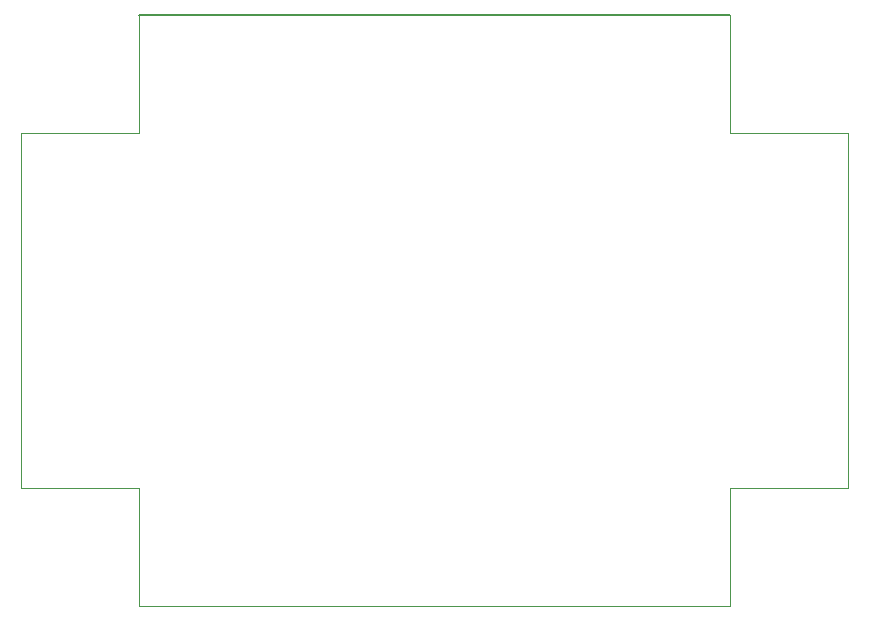
<source format=gbr>
%TF.GenerationSoftware,KiCad,Pcbnew,9.0.4*%
%TF.CreationDate,2025-10-15T08:51:35-06:00*%
%TF.ProjectId,Sumo_RapsPico,53756d6f-5f52-4617-9073-5069636f2e6b,rev?*%
%TF.SameCoordinates,Original*%
%TF.FileFunction,Profile,NP*%
%FSLAX46Y46*%
G04 Gerber Fmt 4.6, Leading zero omitted, Abs format (unit mm)*
G04 Created by KiCad (PCBNEW 9.0.4) date 2025-10-15 08:51:35*
%MOMM*%
%LPD*%
G01*
G04 APERTURE LIST*
%TA.AperFunction,Profile*%
%ADD10C,0.050000*%
%TD*%
%TA.AperFunction,Profile*%
%ADD11C,0.200000*%
%TD*%
G04 APERTURE END LIST*
D10*
X100180000Y-90540000D02*
X100180000Y-80540000D01*
X150180000Y-40540000D02*
X150180000Y-50540000D01*
X90180000Y-80540000D02*
X90180000Y-50540000D01*
X160180000Y-50540000D02*
X160180000Y-80540000D01*
X150180000Y-90540000D02*
X100180000Y-90540000D01*
X100180000Y-80540000D02*
X90180000Y-80540000D01*
X150180000Y-50540000D02*
X160180000Y-50540000D01*
X90180000Y-50540000D02*
X100180000Y-50540000D01*
X160180000Y-80540000D02*
X150180000Y-80540000D01*
D11*
X100180000Y-40540000D02*
X150180000Y-40540000D01*
D10*
X150180000Y-80540000D02*
X150180000Y-90540000D01*
X100180000Y-50540000D02*
X100180000Y-40540000D01*
M02*

</source>
